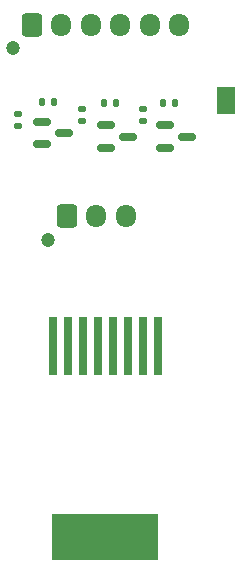
<source format=gts>
G04 #@! TF.GenerationSoftware,KiCad,Pcbnew,9.0.4*
G04 #@! TF.CreationDate,2025-10-02T22:35:08+04:00*
G04 #@! TF.ProjectId,handheld1_motion4sim_FO41AFC70E184,68616e64-6865-46c6-9431-5f6d6f74696f,rev?*
G04 #@! TF.SameCoordinates,Original*
G04 #@! TF.FileFunction,Soldermask,Top*
G04 #@! TF.FilePolarity,Negative*
%FSLAX46Y46*%
G04 Gerber Fmt 4.6, Leading zero omitted, Abs format (unit mm)*
G04 Created by KiCad (PCBNEW 9.0.4) date 2025-10-02 22:35:08*
%MOMM*%
%LPD*%
G01*
G04 APERTURE LIST*
G04 Aperture macros list*
%AMRoundRect*
0 Rectangle with rounded corners*
0 $1 Rounding radius*
0 $2 $3 $4 $5 $6 $7 $8 $9 X,Y pos of 4 corners*
0 Add a 4 corners polygon primitive as box body*
4,1,4,$2,$3,$4,$5,$6,$7,$8,$9,$2,$3,0*
0 Add four circle primitives for the rounded corners*
1,1,$1+$1,$2,$3*
1,1,$1+$1,$4,$5*
1,1,$1+$1,$6,$7*
1,1,$1+$1,$8,$9*
0 Add four rect primitives between the rounded corners*
20,1,$1+$1,$2,$3,$4,$5,0*
20,1,$1+$1,$4,$5,$6,$7,0*
20,1,$1+$1,$6,$7,$8,$9,0*
20,1,$1+$1,$8,$9,$2,$3,0*%
G04 Aperture macros list end*
%ADD10R,9.000000X3.915000*%
%ADD11R,0.770000X5.000000*%
%ADD12RoundRect,0.135000X0.185000X-0.135000X0.185000X0.135000X-0.185000X0.135000X-0.185000X-0.135000X0*%
%ADD13RoundRect,0.150000X-0.587500X-0.150000X0.587500X-0.150000X0.587500X0.150000X-0.587500X0.150000X0*%
%ADD14R,1.500000X1.000000*%
%ADD15RoundRect,0.135000X-0.135000X-0.185000X0.135000X-0.185000X0.135000X0.185000X-0.135000X0.185000X0*%
%ADD16C,1.200000*%
%ADD17RoundRect,0.250000X-0.600000X-0.725000X0.600000X-0.725000X0.600000X0.725000X-0.600000X0.725000X0*%
%ADD18O,1.700000X1.950000*%
G04 APERTURE END LIST*
G04 #@! TO.C,JP1*
G36*
X156450000Y-82550000D02*
G01*
X157950000Y-82550000D01*
X157950000Y-82250000D01*
X156450000Y-82250000D01*
X156450000Y-82550000D01*
G37*
G04 #@! TD*
D10*
G04 #@! TO.C,J1*
X146975000Y-119382500D03*
D11*
X151445000Y-103160000D03*
X150175000Y-103160000D03*
X148905000Y-103160000D03*
X147635000Y-103160000D03*
X146365000Y-103160000D03*
X145095000Y-103160000D03*
X143825000Y-103160000D03*
X142555000Y-103160000D03*
G04 #@! TD*
D12*
G04 #@! TO.C,R6*
X139600000Y-83580000D03*
X139600000Y-84600000D03*
G04 #@! TD*
G04 #@! TO.C,R5*
X145000000Y-84110000D03*
X145000000Y-83090000D03*
G04 #@! TD*
G04 #@! TO.C,R4*
X150200000Y-84110000D03*
X150200000Y-83090000D03*
G04 #@! TD*
D13*
G04 #@! TO.C,Q2*
X147050000Y-84525000D03*
X147050000Y-86425000D03*
X148925000Y-85475000D03*
G04 #@! TD*
D14*
G04 #@! TO.C,JP1*
X157200000Y-83050000D03*
X157200000Y-81750000D03*
G04 #@! TD*
D15*
G04 #@! TO.C,R3*
X141580000Y-82525000D03*
X142600000Y-82525000D03*
G04 #@! TD*
D16*
G04 #@! TO.C,J3*
X139150000Y-78000000D03*
D17*
X140750000Y-76000000D03*
D18*
X143250000Y-76000000D03*
X145750000Y-76000000D03*
X148250000Y-76000000D03*
X150750000Y-76000000D03*
X153250000Y-76000000D03*
G04 #@! TD*
D15*
G04 #@! TO.C,R1*
X146890000Y-82600000D03*
X147910000Y-82600000D03*
G04 #@! TD*
D13*
G04 #@! TO.C,Q3*
X152050000Y-84525000D03*
X152050000Y-86425000D03*
X153925000Y-85475000D03*
G04 #@! TD*
G04 #@! TO.C,Q1*
X141650000Y-84225000D03*
X141650000Y-86125000D03*
X143525000Y-85175000D03*
G04 #@! TD*
D16*
G04 #@! TO.C,J2*
X142100000Y-94200000D03*
D17*
X143700000Y-92200000D03*
D18*
X146200000Y-92200000D03*
X148700000Y-92200000D03*
G04 #@! TD*
D15*
G04 #@! TO.C,R2*
X151890000Y-82600000D03*
X152910000Y-82600000D03*
G04 #@! TD*
M02*

</source>
